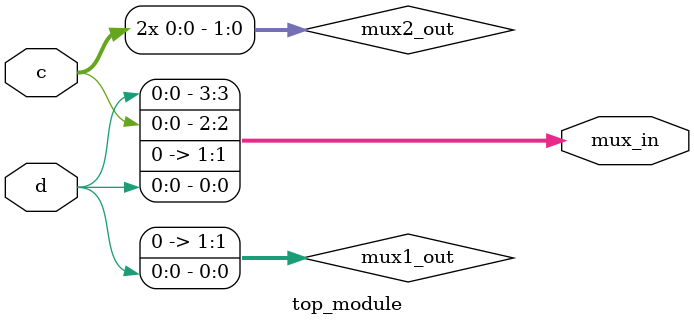
<source format=sv>
module top_module (
    input c,
    input d, 
    output [3:0] mux_in
);

    wire [1:0] mux1_out;
    wire [1:0] mux2_out;

    // Implement the Karnaugh map using two 2-to-1 multiplexers
    assign mux1_out[0] = d;
    assign mux1_out[1] = 1'b0;
    assign mux2_out[0] = c;
    assign mux2_out[1] = c;

    // Combine the outputs of the two 2-to-1 multiplexers into a 4-to-1 multiplexer
    assign mux_in[0] = mux1_out[0];
    assign mux_in[1] = mux1_out[1];
    assign mux_in[2] = mux2_out[1];
    assign mux_in[3] = d;

endmodule

</source>
